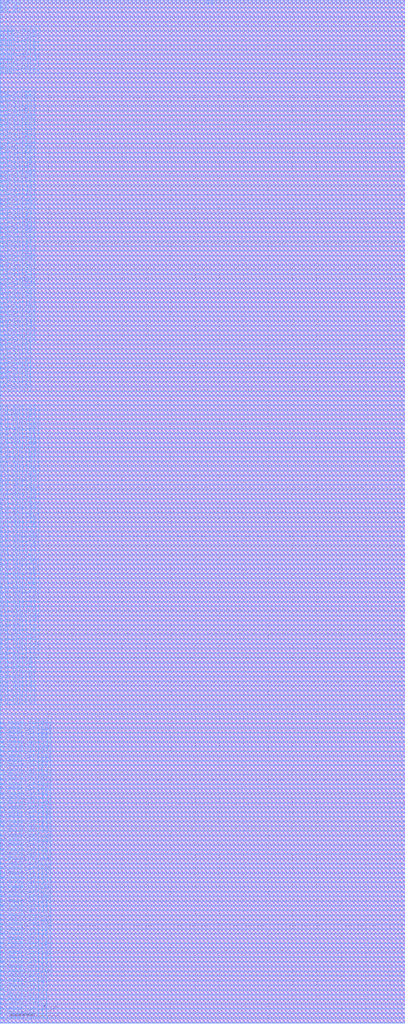
<source format=lef>
# Generated by FakeRAM 2.0
VERSION 5.7 ;
BUSBITCHARS "[]" ;
PROPERTYDEFINITIONS
  MACRO width INTEGER ;
  MACRO depth INTEGER ;
  MACRO banks INTEGER ;
END PROPERTYDEFINITIONS
MACRO fakeram7_sp_1024x64
  PROPERTY width 64 ;
  PROPERTY depth 1024 ;
  PROPERTY banks 4 ;
  FOREIGN fakeram7_sp_1024x64 0 0 ;
  SYMMETRY X Y ;
  SIZE 33.250 BY 84.000 ;
  CLASS BLOCK ;
  PIN w_mask_in[0]
    DIRECTION INPUT ;
    USE SIGNAL ;
    SHAPE ABUTMENT ;
    PORT
      LAYER M4 ;
      RECT 0.000 0.048 0.024 0.072 ;
    END
  END w_mask_in[0]
  PIN w_mask_in[1]
    DIRECTION INPUT ;
    USE SIGNAL ;
    SHAPE ABUTMENT ;
    PORT
      LAYER M4 ;
      RECT 0.000 0.432 0.024 0.456 ;
    END
  END w_mask_in[1]
  PIN w_mask_in[2]
    DIRECTION INPUT ;
    USE SIGNAL ;
    SHAPE ABUTMENT ;
    PORT
      LAYER M4 ;
      RECT 0.000 0.816 0.024 0.840 ;
    END
  END w_mask_in[2]
  PIN w_mask_in[3]
    DIRECTION INPUT ;
    USE SIGNAL ;
    SHAPE ABUTMENT ;
    PORT
      LAYER M4 ;
      RECT 0.000 1.200 0.024 1.224 ;
    END
  END w_mask_in[3]
  PIN w_mask_in[4]
    DIRECTION INPUT ;
    USE SIGNAL ;
    SHAPE ABUTMENT ;
    PORT
      LAYER M4 ;
      RECT 0.000 1.584 0.024 1.608 ;
    END
  END w_mask_in[4]
  PIN w_mask_in[5]
    DIRECTION INPUT ;
    USE SIGNAL ;
    SHAPE ABUTMENT ;
    PORT
      LAYER M4 ;
      RECT 0.000 1.968 0.024 1.992 ;
    END
  END w_mask_in[5]
  PIN w_mask_in[6]
    DIRECTION INPUT ;
    USE SIGNAL ;
    SHAPE ABUTMENT ;
    PORT
      LAYER M4 ;
      RECT 0.000 2.352 0.024 2.376 ;
    END
  END w_mask_in[6]
  PIN w_mask_in[7]
    DIRECTION INPUT ;
    USE SIGNAL ;
    SHAPE ABUTMENT ;
    PORT
      LAYER M4 ;
      RECT 0.000 2.736 0.024 2.760 ;
    END
  END w_mask_in[7]
  PIN w_mask_in[8]
    DIRECTION INPUT ;
    USE SIGNAL ;
    SHAPE ABUTMENT ;
    PORT
      LAYER M4 ;
      RECT 0.000 3.120 0.024 3.144 ;
    END
  END w_mask_in[8]
  PIN w_mask_in[9]
    DIRECTION INPUT ;
    USE SIGNAL ;
    SHAPE ABUTMENT ;
    PORT
      LAYER M4 ;
      RECT 0.000 3.504 0.024 3.528 ;
    END
  END w_mask_in[9]
  PIN w_mask_in[10]
    DIRECTION INPUT ;
    USE SIGNAL ;
    SHAPE ABUTMENT ;
    PORT
      LAYER M4 ;
      RECT 0.000 3.888 0.024 3.912 ;
    END
  END w_mask_in[10]
  PIN w_mask_in[11]
    DIRECTION INPUT ;
    USE SIGNAL ;
    SHAPE ABUTMENT ;
    PORT
      LAYER M4 ;
      RECT 0.000 4.272 0.024 4.296 ;
    END
  END w_mask_in[11]
  PIN w_mask_in[12]
    DIRECTION INPUT ;
    USE SIGNAL ;
    SHAPE ABUTMENT ;
    PORT
      LAYER M4 ;
      RECT 0.000 4.656 0.024 4.680 ;
    END
  END w_mask_in[12]
  PIN w_mask_in[13]
    DIRECTION INPUT ;
    USE SIGNAL ;
    SHAPE ABUTMENT ;
    PORT
      LAYER M4 ;
      RECT 0.000 5.040 0.024 5.064 ;
    END
  END w_mask_in[13]
  PIN w_mask_in[14]
    DIRECTION INPUT ;
    USE SIGNAL ;
    SHAPE ABUTMENT ;
    PORT
      LAYER M4 ;
      RECT 0.000 5.424 0.024 5.448 ;
    END
  END w_mask_in[14]
  PIN w_mask_in[15]
    DIRECTION INPUT ;
    USE SIGNAL ;
    SHAPE ABUTMENT ;
    PORT
      LAYER M4 ;
      RECT 0.000 5.808 0.024 5.832 ;
    END
  END w_mask_in[15]
  PIN w_mask_in[16]
    DIRECTION INPUT ;
    USE SIGNAL ;
    SHAPE ABUTMENT ;
    PORT
      LAYER M4 ;
      RECT 0.000 6.192 0.024 6.216 ;
    END
  END w_mask_in[16]
  PIN w_mask_in[17]
    DIRECTION INPUT ;
    USE SIGNAL ;
    SHAPE ABUTMENT ;
    PORT
      LAYER M4 ;
      RECT 0.000 6.576 0.024 6.600 ;
    END
  END w_mask_in[17]
  PIN w_mask_in[18]
    DIRECTION INPUT ;
    USE SIGNAL ;
    SHAPE ABUTMENT ;
    PORT
      LAYER M4 ;
      RECT 0.000 6.960 0.024 6.984 ;
    END
  END w_mask_in[18]
  PIN w_mask_in[19]
    DIRECTION INPUT ;
    USE SIGNAL ;
    SHAPE ABUTMENT ;
    PORT
      LAYER M4 ;
      RECT 0.000 7.344 0.024 7.368 ;
    END
  END w_mask_in[19]
  PIN w_mask_in[20]
    DIRECTION INPUT ;
    USE SIGNAL ;
    SHAPE ABUTMENT ;
    PORT
      LAYER M4 ;
      RECT 0.000 7.728 0.024 7.752 ;
    END
  END w_mask_in[20]
  PIN w_mask_in[21]
    DIRECTION INPUT ;
    USE SIGNAL ;
    SHAPE ABUTMENT ;
    PORT
      LAYER M4 ;
      RECT 0.000 8.112 0.024 8.136 ;
    END
  END w_mask_in[21]
  PIN w_mask_in[22]
    DIRECTION INPUT ;
    USE SIGNAL ;
    SHAPE ABUTMENT ;
    PORT
      LAYER M4 ;
      RECT 0.000 8.496 0.024 8.520 ;
    END
  END w_mask_in[22]
  PIN w_mask_in[23]
    DIRECTION INPUT ;
    USE SIGNAL ;
    SHAPE ABUTMENT ;
    PORT
      LAYER M4 ;
      RECT 0.000 8.880 0.024 8.904 ;
    END
  END w_mask_in[23]
  PIN w_mask_in[24]
    DIRECTION INPUT ;
    USE SIGNAL ;
    SHAPE ABUTMENT ;
    PORT
      LAYER M4 ;
      RECT 0.000 9.264 0.024 9.288 ;
    END
  END w_mask_in[24]
  PIN w_mask_in[25]
    DIRECTION INPUT ;
    USE SIGNAL ;
    SHAPE ABUTMENT ;
    PORT
      LAYER M4 ;
      RECT 0.000 9.648 0.024 9.672 ;
    END
  END w_mask_in[25]
  PIN w_mask_in[26]
    DIRECTION INPUT ;
    USE SIGNAL ;
    SHAPE ABUTMENT ;
    PORT
      LAYER M4 ;
      RECT 0.000 10.032 0.024 10.056 ;
    END
  END w_mask_in[26]
  PIN w_mask_in[27]
    DIRECTION INPUT ;
    USE SIGNAL ;
    SHAPE ABUTMENT ;
    PORT
      LAYER M4 ;
      RECT 0.000 10.416 0.024 10.440 ;
    END
  END w_mask_in[27]
  PIN w_mask_in[28]
    DIRECTION INPUT ;
    USE SIGNAL ;
    SHAPE ABUTMENT ;
    PORT
      LAYER M4 ;
      RECT 0.000 10.800 0.024 10.824 ;
    END
  END w_mask_in[28]
  PIN w_mask_in[29]
    DIRECTION INPUT ;
    USE SIGNAL ;
    SHAPE ABUTMENT ;
    PORT
      LAYER M4 ;
      RECT 0.000 11.184 0.024 11.208 ;
    END
  END w_mask_in[29]
  PIN w_mask_in[30]
    DIRECTION INPUT ;
    USE SIGNAL ;
    SHAPE ABUTMENT ;
    PORT
      LAYER M4 ;
      RECT 0.000 11.568 0.024 11.592 ;
    END
  END w_mask_in[30]
  PIN w_mask_in[31]
    DIRECTION INPUT ;
    USE SIGNAL ;
    SHAPE ABUTMENT ;
    PORT
      LAYER M4 ;
      RECT 0.000 11.952 0.024 11.976 ;
    END
  END w_mask_in[31]
  PIN w_mask_in[32]
    DIRECTION INPUT ;
    USE SIGNAL ;
    SHAPE ABUTMENT ;
    PORT
      LAYER M4 ;
      RECT 0.000 12.336 0.024 12.360 ;
    END
  END w_mask_in[32]
  PIN w_mask_in[33]
    DIRECTION INPUT ;
    USE SIGNAL ;
    SHAPE ABUTMENT ;
    PORT
      LAYER M4 ;
      RECT 0.000 12.720 0.024 12.744 ;
    END
  END w_mask_in[33]
  PIN w_mask_in[34]
    DIRECTION INPUT ;
    USE SIGNAL ;
    SHAPE ABUTMENT ;
    PORT
      LAYER M4 ;
      RECT 0.000 13.104 0.024 13.128 ;
    END
  END w_mask_in[34]
  PIN w_mask_in[35]
    DIRECTION INPUT ;
    USE SIGNAL ;
    SHAPE ABUTMENT ;
    PORT
      LAYER M4 ;
      RECT 0.000 13.488 0.024 13.512 ;
    END
  END w_mask_in[35]
  PIN w_mask_in[36]
    DIRECTION INPUT ;
    USE SIGNAL ;
    SHAPE ABUTMENT ;
    PORT
      LAYER M4 ;
      RECT 0.000 13.872 0.024 13.896 ;
    END
  END w_mask_in[36]
  PIN w_mask_in[37]
    DIRECTION INPUT ;
    USE SIGNAL ;
    SHAPE ABUTMENT ;
    PORT
      LAYER M4 ;
      RECT 0.000 14.256 0.024 14.280 ;
    END
  END w_mask_in[37]
  PIN w_mask_in[38]
    DIRECTION INPUT ;
    USE SIGNAL ;
    SHAPE ABUTMENT ;
    PORT
      LAYER M4 ;
      RECT 0.000 14.640 0.024 14.664 ;
    END
  END w_mask_in[38]
  PIN w_mask_in[39]
    DIRECTION INPUT ;
    USE SIGNAL ;
    SHAPE ABUTMENT ;
    PORT
      LAYER M4 ;
      RECT 0.000 15.024 0.024 15.048 ;
    END
  END w_mask_in[39]
  PIN w_mask_in[40]
    DIRECTION INPUT ;
    USE SIGNAL ;
    SHAPE ABUTMENT ;
    PORT
      LAYER M4 ;
      RECT 0.000 15.408 0.024 15.432 ;
    END
  END w_mask_in[40]
  PIN w_mask_in[41]
    DIRECTION INPUT ;
    USE SIGNAL ;
    SHAPE ABUTMENT ;
    PORT
      LAYER M4 ;
      RECT 0.000 15.792 0.024 15.816 ;
    END
  END w_mask_in[41]
  PIN w_mask_in[42]
    DIRECTION INPUT ;
    USE SIGNAL ;
    SHAPE ABUTMENT ;
    PORT
      LAYER M4 ;
      RECT 0.000 16.176 0.024 16.200 ;
    END
  END w_mask_in[42]
  PIN w_mask_in[43]
    DIRECTION INPUT ;
    USE SIGNAL ;
    SHAPE ABUTMENT ;
    PORT
      LAYER M4 ;
      RECT 0.000 16.560 0.024 16.584 ;
    END
  END w_mask_in[43]
  PIN w_mask_in[44]
    DIRECTION INPUT ;
    USE SIGNAL ;
    SHAPE ABUTMENT ;
    PORT
      LAYER M4 ;
      RECT 0.000 16.944 0.024 16.968 ;
    END
  END w_mask_in[44]
  PIN w_mask_in[45]
    DIRECTION INPUT ;
    USE SIGNAL ;
    SHAPE ABUTMENT ;
    PORT
      LAYER M4 ;
      RECT 0.000 17.328 0.024 17.352 ;
    END
  END w_mask_in[45]
  PIN w_mask_in[46]
    DIRECTION INPUT ;
    USE SIGNAL ;
    SHAPE ABUTMENT ;
    PORT
      LAYER M4 ;
      RECT 0.000 17.712 0.024 17.736 ;
    END
  END w_mask_in[46]
  PIN w_mask_in[47]
    DIRECTION INPUT ;
    USE SIGNAL ;
    SHAPE ABUTMENT ;
    PORT
      LAYER M4 ;
      RECT 0.000 18.096 0.024 18.120 ;
    END
  END w_mask_in[47]
  PIN w_mask_in[48]
    DIRECTION INPUT ;
    USE SIGNAL ;
    SHAPE ABUTMENT ;
    PORT
      LAYER M4 ;
      RECT 0.000 18.480 0.024 18.504 ;
    END
  END w_mask_in[48]
  PIN w_mask_in[49]
    DIRECTION INPUT ;
    USE SIGNAL ;
    SHAPE ABUTMENT ;
    PORT
      LAYER M4 ;
      RECT 0.000 18.864 0.024 18.888 ;
    END
  END w_mask_in[49]
  PIN w_mask_in[50]
    DIRECTION INPUT ;
    USE SIGNAL ;
    SHAPE ABUTMENT ;
    PORT
      LAYER M4 ;
      RECT 0.000 19.248 0.024 19.272 ;
    END
  END w_mask_in[50]
  PIN w_mask_in[51]
    DIRECTION INPUT ;
    USE SIGNAL ;
    SHAPE ABUTMENT ;
    PORT
      LAYER M4 ;
      RECT 0.000 19.632 0.024 19.656 ;
    END
  END w_mask_in[51]
  PIN w_mask_in[52]
    DIRECTION INPUT ;
    USE SIGNAL ;
    SHAPE ABUTMENT ;
    PORT
      LAYER M4 ;
      RECT 0.000 20.016 0.024 20.040 ;
    END
  END w_mask_in[52]
  PIN w_mask_in[53]
    DIRECTION INPUT ;
    USE SIGNAL ;
    SHAPE ABUTMENT ;
    PORT
      LAYER M4 ;
      RECT 0.000 20.400 0.024 20.424 ;
    END
  END w_mask_in[53]
  PIN w_mask_in[54]
    DIRECTION INPUT ;
    USE SIGNAL ;
    SHAPE ABUTMENT ;
    PORT
      LAYER M4 ;
      RECT 0.000 20.784 0.024 20.808 ;
    END
  END w_mask_in[54]
  PIN w_mask_in[55]
    DIRECTION INPUT ;
    USE SIGNAL ;
    SHAPE ABUTMENT ;
    PORT
      LAYER M4 ;
      RECT 0.000 21.168 0.024 21.192 ;
    END
  END w_mask_in[55]
  PIN w_mask_in[56]
    DIRECTION INPUT ;
    USE SIGNAL ;
    SHAPE ABUTMENT ;
    PORT
      LAYER M4 ;
      RECT 0.000 21.552 0.024 21.576 ;
    END
  END w_mask_in[56]
  PIN w_mask_in[57]
    DIRECTION INPUT ;
    USE SIGNAL ;
    SHAPE ABUTMENT ;
    PORT
      LAYER M4 ;
      RECT 0.000 21.936 0.024 21.960 ;
    END
  END w_mask_in[57]
  PIN w_mask_in[58]
    DIRECTION INPUT ;
    USE SIGNAL ;
    SHAPE ABUTMENT ;
    PORT
      LAYER M4 ;
      RECT 0.000 22.320 0.024 22.344 ;
    END
  END w_mask_in[58]
  PIN w_mask_in[59]
    DIRECTION INPUT ;
    USE SIGNAL ;
    SHAPE ABUTMENT ;
    PORT
      LAYER M4 ;
      RECT 0.000 22.704 0.024 22.728 ;
    END
  END w_mask_in[59]
  PIN w_mask_in[60]
    DIRECTION INPUT ;
    USE SIGNAL ;
    SHAPE ABUTMENT ;
    PORT
      LAYER M4 ;
      RECT 0.000 23.088 0.024 23.112 ;
    END
  END w_mask_in[60]
  PIN w_mask_in[61]
    DIRECTION INPUT ;
    USE SIGNAL ;
    SHAPE ABUTMENT ;
    PORT
      LAYER M4 ;
      RECT 0.000 23.472 0.024 23.496 ;
    END
  END w_mask_in[61]
  PIN w_mask_in[62]
    DIRECTION INPUT ;
    USE SIGNAL ;
    SHAPE ABUTMENT ;
    PORT
      LAYER M4 ;
      RECT 0.000 23.856 0.024 23.880 ;
    END
  END w_mask_in[62]
  PIN w_mask_in[63]
    DIRECTION INPUT ;
    USE SIGNAL ;
    SHAPE ABUTMENT ;
    PORT
      LAYER M4 ;
      RECT 0.000 24.240 0.024 24.264 ;
    END
  END w_mask_in[63]
  PIN rd_out[0]
    DIRECTION OUTPUT ;
    USE SIGNAL ;
    SHAPE ABUTMENT ;
    PORT
      LAYER M4 ;
      RECT 0.000 25.920 0.024 25.944 ;
    END
  END rd_out[0]
  PIN rd_out[1]
    DIRECTION OUTPUT ;
    USE SIGNAL ;
    SHAPE ABUTMENT ;
    PORT
      LAYER M4 ;
      RECT 0.000 26.304 0.024 26.328 ;
    END
  END rd_out[1]
  PIN rd_out[2]
    DIRECTION OUTPUT ;
    USE SIGNAL ;
    SHAPE ABUTMENT ;
    PORT
      LAYER M4 ;
      RECT 0.000 26.688 0.024 26.712 ;
    END
  END rd_out[2]
  PIN rd_out[3]
    DIRECTION OUTPUT ;
    USE SIGNAL ;
    SHAPE ABUTMENT ;
    PORT
      LAYER M4 ;
      RECT 0.000 27.072 0.024 27.096 ;
    END
  END rd_out[3]
  PIN rd_out[4]
    DIRECTION OUTPUT ;
    USE SIGNAL ;
    SHAPE ABUTMENT ;
    PORT
      LAYER M4 ;
      RECT 0.000 27.456 0.024 27.480 ;
    END
  END rd_out[4]
  PIN rd_out[5]
    DIRECTION OUTPUT ;
    USE SIGNAL ;
    SHAPE ABUTMENT ;
    PORT
      LAYER M4 ;
      RECT 0.000 27.840 0.024 27.864 ;
    END
  END rd_out[5]
  PIN rd_out[6]
    DIRECTION OUTPUT ;
    USE SIGNAL ;
    SHAPE ABUTMENT ;
    PORT
      LAYER M4 ;
      RECT 0.000 28.224 0.024 28.248 ;
    END
  END rd_out[6]
  PIN rd_out[7]
    DIRECTION OUTPUT ;
    USE SIGNAL ;
    SHAPE ABUTMENT ;
    PORT
      LAYER M4 ;
      RECT 0.000 28.608 0.024 28.632 ;
    END
  END rd_out[7]
  PIN rd_out[8]
    DIRECTION OUTPUT ;
    USE SIGNAL ;
    SHAPE ABUTMENT ;
    PORT
      LAYER M4 ;
      RECT 0.000 28.992 0.024 29.016 ;
    END
  END rd_out[8]
  PIN rd_out[9]
    DIRECTION OUTPUT ;
    USE SIGNAL ;
    SHAPE ABUTMENT ;
    PORT
      LAYER M4 ;
      RECT 0.000 29.376 0.024 29.400 ;
    END
  END rd_out[9]
  PIN rd_out[10]
    DIRECTION OUTPUT ;
    USE SIGNAL ;
    SHAPE ABUTMENT ;
    PORT
      LAYER M4 ;
      RECT 0.000 29.760 0.024 29.784 ;
    END
  END rd_out[10]
  PIN rd_out[11]
    DIRECTION OUTPUT ;
    USE SIGNAL ;
    SHAPE ABUTMENT ;
    PORT
      LAYER M4 ;
      RECT 0.000 30.144 0.024 30.168 ;
    END
  END rd_out[11]
  PIN rd_out[12]
    DIRECTION OUTPUT ;
    USE SIGNAL ;
    SHAPE ABUTMENT ;
    PORT
      LAYER M4 ;
      RECT 0.000 30.528 0.024 30.552 ;
    END
  END rd_out[12]
  PIN rd_out[13]
    DIRECTION OUTPUT ;
    USE SIGNAL ;
    SHAPE ABUTMENT ;
    PORT
      LAYER M4 ;
      RECT 0.000 30.912 0.024 30.936 ;
    END
  END rd_out[13]
  PIN rd_out[14]
    DIRECTION OUTPUT ;
    USE SIGNAL ;
    SHAPE ABUTMENT ;
    PORT
      LAYER M4 ;
      RECT 0.000 31.296 0.024 31.320 ;
    END
  END rd_out[14]
  PIN rd_out[15]
    DIRECTION OUTPUT ;
    USE SIGNAL ;
    SHAPE ABUTMENT ;
    PORT
      LAYER M4 ;
      RECT 0.000 31.680 0.024 31.704 ;
    END
  END rd_out[15]
  PIN rd_out[16]
    DIRECTION OUTPUT ;
    USE SIGNAL ;
    SHAPE ABUTMENT ;
    PORT
      LAYER M4 ;
      RECT 0.000 32.064 0.024 32.088 ;
    END
  END rd_out[16]
  PIN rd_out[17]
    DIRECTION OUTPUT ;
    USE SIGNAL ;
    SHAPE ABUTMENT ;
    PORT
      LAYER M4 ;
      RECT 0.000 32.448 0.024 32.472 ;
    END
  END rd_out[17]
  PIN rd_out[18]
    DIRECTION OUTPUT ;
    USE SIGNAL ;
    SHAPE ABUTMENT ;
    PORT
      LAYER M4 ;
      RECT 0.000 32.832 0.024 32.856 ;
    END
  END rd_out[18]
  PIN rd_out[19]
    DIRECTION OUTPUT ;
    USE SIGNAL ;
    SHAPE ABUTMENT ;
    PORT
      LAYER M4 ;
      RECT 0.000 33.216 0.024 33.240 ;
    END
  END rd_out[19]
  PIN rd_out[20]
    DIRECTION OUTPUT ;
    USE SIGNAL ;
    SHAPE ABUTMENT ;
    PORT
      LAYER M4 ;
      RECT 0.000 33.600 0.024 33.624 ;
    END
  END rd_out[20]
  PIN rd_out[21]
    DIRECTION OUTPUT ;
    USE SIGNAL ;
    SHAPE ABUTMENT ;
    PORT
      LAYER M4 ;
      RECT 0.000 33.984 0.024 34.008 ;
    END
  END rd_out[21]
  PIN rd_out[22]
    DIRECTION OUTPUT ;
    USE SIGNAL ;
    SHAPE ABUTMENT ;
    PORT
      LAYER M4 ;
      RECT 0.000 34.368 0.024 34.392 ;
    END
  END rd_out[22]
  PIN rd_out[23]
    DIRECTION OUTPUT ;
    USE SIGNAL ;
    SHAPE ABUTMENT ;
    PORT
      LAYER M4 ;
      RECT 0.000 34.752 0.024 34.776 ;
    END
  END rd_out[23]
  PIN rd_out[24]
    DIRECTION OUTPUT ;
    USE SIGNAL ;
    SHAPE ABUTMENT ;
    PORT
      LAYER M4 ;
      RECT 0.000 35.136 0.024 35.160 ;
    END
  END rd_out[24]
  PIN rd_out[25]
    DIRECTION OUTPUT ;
    USE SIGNAL ;
    SHAPE ABUTMENT ;
    PORT
      LAYER M4 ;
      RECT 0.000 35.520 0.024 35.544 ;
    END
  END rd_out[25]
  PIN rd_out[26]
    DIRECTION OUTPUT ;
    USE SIGNAL ;
    SHAPE ABUTMENT ;
    PORT
      LAYER M4 ;
      RECT 0.000 35.904 0.024 35.928 ;
    END
  END rd_out[26]
  PIN rd_out[27]
    DIRECTION OUTPUT ;
    USE SIGNAL ;
    SHAPE ABUTMENT ;
    PORT
      LAYER M4 ;
      RECT 0.000 36.288 0.024 36.312 ;
    END
  END rd_out[27]
  PIN rd_out[28]
    DIRECTION OUTPUT ;
    USE SIGNAL ;
    SHAPE ABUTMENT ;
    PORT
      LAYER M4 ;
      RECT 0.000 36.672 0.024 36.696 ;
    END
  END rd_out[28]
  PIN rd_out[29]
    DIRECTION OUTPUT ;
    USE SIGNAL ;
    SHAPE ABUTMENT ;
    PORT
      LAYER M4 ;
      RECT 0.000 37.056 0.024 37.080 ;
    END
  END rd_out[29]
  PIN rd_out[30]
    DIRECTION OUTPUT ;
    USE SIGNAL ;
    SHAPE ABUTMENT ;
    PORT
      LAYER M4 ;
      RECT 0.000 37.440 0.024 37.464 ;
    END
  END rd_out[30]
  PIN rd_out[31]
    DIRECTION OUTPUT ;
    USE SIGNAL ;
    SHAPE ABUTMENT ;
    PORT
      LAYER M4 ;
      RECT 0.000 37.824 0.024 37.848 ;
    END
  END rd_out[31]
  PIN rd_out[32]
    DIRECTION OUTPUT ;
    USE SIGNAL ;
    SHAPE ABUTMENT ;
    PORT
      LAYER M4 ;
      RECT 0.000 38.208 0.024 38.232 ;
    END
  END rd_out[32]
  PIN rd_out[33]
    DIRECTION OUTPUT ;
    USE SIGNAL ;
    SHAPE ABUTMENT ;
    PORT
      LAYER M4 ;
      RECT 0.000 38.592 0.024 38.616 ;
    END
  END rd_out[33]
  PIN rd_out[34]
    DIRECTION OUTPUT ;
    USE SIGNAL ;
    SHAPE ABUTMENT ;
    PORT
      LAYER M4 ;
      RECT 0.000 38.976 0.024 39.000 ;
    END
  END rd_out[34]
  PIN rd_out[35]
    DIRECTION OUTPUT ;
    USE SIGNAL ;
    SHAPE ABUTMENT ;
    PORT
      LAYER M4 ;
      RECT 0.000 39.360 0.024 39.384 ;
    END
  END rd_out[35]
  PIN rd_out[36]
    DIRECTION OUTPUT ;
    USE SIGNAL ;
    SHAPE ABUTMENT ;
    PORT
      LAYER M4 ;
      RECT 0.000 39.744 0.024 39.768 ;
    END
  END rd_out[36]
  PIN rd_out[37]
    DIRECTION OUTPUT ;
    USE SIGNAL ;
    SHAPE ABUTMENT ;
    PORT
      LAYER M4 ;
      RECT 0.000 40.128 0.024 40.152 ;
    END
  END rd_out[37]
  PIN rd_out[38]
    DIRECTION OUTPUT ;
    USE SIGNAL ;
    SHAPE ABUTMENT ;
    PORT
      LAYER M4 ;
      RECT 0.000 40.512 0.024 40.536 ;
    END
  END rd_out[38]
  PIN rd_out[39]
    DIRECTION OUTPUT ;
    USE SIGNAL ;
    SHAPE ABUTMENT ;
    PORT
      LAYER M4 ;
      RECT 0.000 40.896 0.024 40.920 ;
    END
  END rd_out[39]
  PIN rd_out[40]
    DIRECTION OUTPUT ;
    USE SIGNAL ;
    SHAPE ABUTMENT ;
    PORT
      LAYER M4 ;
      RECT 0.000 41.280 0.024 41.304 ;
    END
  END rd_out[40]
  PIN rd_out[41]
    DIRECTION OUTPUT ;
    USE SIGNAL ;
    SHAPE ABUTMENT ;
    PORT
      LAYER M4 ;
      RECT 0.000 41.664 0.024 41.688 ;
    END
  END rd_out[41]
  PIN rd_out[42]
    DIRECTION OUTPUT ;
    USE SIGNAL ;
    SHAPE ABUTMENT ;
    PORT
      LAYER M4 ;
      RECT 0.000 42.048 0.024 42.072 ;
    END
  END rd_out[42]
  PIN rd_out[43]
    DIRECTION OUTPUT ;
    USE SIGNAL ;
    SHAPE ABUTMENT ;
    PORT
      LAYER M4 ;
      RECT 0.000 42.432 0.024 42.456 ;
    END
  END rd_out[43]
  PIN rd_out[44]
    DIRECTION OUTPUT ;
    USE SIGNAL ;
    SHAPE ABUTMENT ;
    PORT
      LAYER M4 ;
      RECT 0.000 42.816 0.024 42.840 ;
    END
  END rd_out[44]
  PIN rd_out[45]
    DIRECTION OUTPUT ;
    USE SIGNAL ;
    SHAPE ABUTMENT ;
    PORT
      LAYER M4 ;
      RECT 0.000 43.200 0.024 43.224 ;
    END
  END rd_out[45]
  PIN rd_out[46]
    DIRECTION OUTPUT ;
    USE SIGNAL ;
    SHAPE ABUTMENT ;
    PORT
      LAYER M4 ;
      RECT 0.000 43.584 0.024 43.608 ;
    END
  END rd_out[46]
  PIN rd_out[47]
    DIRECTION OUTPUT ;
    USE SIGNAL ;
    SHAPE ABUTMENT ;
    PORT
      LAYER M4 ;
      RECT 0.000 43.968 0.024 43.992 ;
    END
  END rd_out[47]
  PIN rd_out[48]
    DIRECTION OUTPUT ;
    USE SIGNAL ;
    SHAPE ABUTMENT ;
    PORT
      LAYER M4 ;
      RECT 0.000 44.352 0.024 44.376 ;
    END
  END rd_out[48]
  PIN rd_out[49]
    DIRECTION OUTPUT ;
    USE SIGNAL ;
    SHAPE ABUTMENT ;
    PORT
      LAYER M4 ;
      RECT 0.000 44.736 0.024 44.760 ;
    END
  END rd_out[49]
  PIN rd_out[50]
    DIRECTION OUTPUT ;
    USE SIGNAL ;
    SHAPE ABUTMENT ;
    PORT
      LAYER M4 ;
      RECT 0.000 45.120 0.024 45.144 ;
    END
  END rd_out[50]
  PIN rd_out[51]
    DIRECTION OUTPUT ;
    USE SIGNAL ;
    SHAPE ABUTMENT ;
    PORT
      LAYER M4 ;
      RECT 0.000 45.504 0.024 45.528 ;
    END
  END rd_out[51]
  PIN rd_out[52]
    DIRECTION OUTPUT ;
    USE SIGNAL ;
    SHAPE ABUTMENT ;
    PORT
      LAYER M4 ;
      RECT 0.000 45.888 0.024 45.912 ;
    END
  END rd_out[52]
  PIN rd_out[53]
    DIRECTION OUTPUT ;
    USE SIGNAL ;
    SHAPE ABUTMENT ;
    PORT
      LAYER M4 ;
      RECT 0.000 46.272 0.024 46.296 ;
    END
  END rd_out[53]
  PIN rd_out[54]
    DIRECTION OUTPUT ;
    USE SIGNAL ;
    SHAPE ABUTMENT ;
    PORT
      LAYER M4 ;
      RECT 0.000 46.656 0.024 46.680 ;
    END
  END rd_out[54]
  PIN rd_out[55]
    DIRECTION OUTPUT ;
    USE SIGNAL ;
    SHAPE ABUTMENT ;
    PORT
      LAYER M4 ;
      RECT 0.000 47.040 0.024 47.064 ;
    END
  END rd_out[55]
  PIN rd_out[56]
    DIRECTION OUTPUT ;
    USE SIGNAL ;
    SHAPE ABUTMENT ;
    PORT
      LAYER M4 ;
      RECT 0.000 47.424 0.024 47.448 ;
    END
  END rd_out[56]
  PIN rd_out[57]
    DIRECTION OUTPUT ;
    USE SIGNAL ;
    SHAPE ABUTMENT ;
    PORT
      LAYER M4 ;
      RECT 0.000 47.808 0.024 47.832 ;
    END
  END rd_out[57]
  PIN rd_out[58]
    DIRECTION OUTPUT ;
    USE SIGNAL ;
    SHAPE ABUTMENT ;
    PORT
      LAYER M4 ;
      RECT 0.000 48.192 0.024 48.216 ;
    END
  END rd_out[58]
  PIN rd_out[59]
    DIRECTION OUTPUT ;
    USE SIGNAL ;
    SHAPE ABUTMENT ;
    PORT
      LAYER M4 ;
      RECT 0.000 48.576 0.024 48.600 ;
    END
  END rd_out[59]
  PIN rd_out[60]
    DIRECTION OUTPUT ;
    USE SIGNAL ;
    SHAPE ABUTMENT ;
    PORT
      LAYER M4 ;
      RECT 0.000 48.960 0.024 48.984 ;
    END
  END rd_out[60]
  PIN rd_out[61]
    DIRECTION OUTPUT ;
    USE SIGNAL ;
    SHAPE ABUTMENT ;
    PORT
      LAYER M4 ;
      RECT 0.000 49.344 0.024 49.368 ;
    END
  END rd_out[61]
  PIN rd_out[62]
    DIRECTION OUTPUT ;
    USE SIGNAL ;
    SHAPE ABUTMENT ;
    PORT
      LAYER M4 ;
      RECT 0.000 49.728 0.024 49.752 ;
    END
  END rd_out[62]
  PIN rd_out[63]
    DIRECTION OUTPUT ;
    USE SIGNAL ;
    SHAPE ABUTMENT ;
    PORT
      LAYER M4 ;
      RECT 0.000 50.112 0.024 50.136 ;
    END
  END rd_out[63]
  PIN wd_in[0]
    DIRECTION INPUT ;
    USE SIGNAL ;
    SHAPE ABUTMENT ;
    PORT
      LAYER M4 ;
      RECT 0.000 51.792 0.024 51.816 ;
    END
  END wd_in[0]
  PIN wd_in[1]
    DIRECTION INPUT ;
    USE SIGNAL ;
    SHAPE ABUTMENT ;
    PORT
      LAYER M4 ;
      RECT 0.000 52.176 0.024 52.200 ;
    END
  END wd_in[1]
  PIN wd_in[2]
    DIRECTION INPUT ;
    USE SIGNAL ;
    SHAPE ABUTMENT ;
    PORT
      LAYER M4 ;
      RECT 0.000 52.560 0.024 52.584 ;
    END
  END wd_in[2]
  PIN wd_in[3]
    DIRECTION INPUT ;
    USE SIGNAL ;
    SHAPE ABUTMENT ;
    PORT
      LAYER M4 ;
      RECT 0.000 52.944 0.024 52.968 ;
    END
  END wd_in[3]
  PIN wd_in[4]
    DIRECTION INPUT ;
    USE SIGNAL ;
    SHAPE ABUTMENT ;
    PORT
      LAYER M4 ;
      RECT 0.000 53.328 0.024 53.352 ;
    END
  END wd_in[4]
  PIN wd_in[5]
    DIRECTION INPUT ;
    USE SIGNAL ;
    SHAPE ABUTMENT ;
    PORT
      LAYER M4 ;
      RECT 0.000 53.712 0.024 53.736 ;
    END
  END wd_in[5]
  PIN wd_in[6]
    DIRECTION INPUT ;
    USE SIGNAL ;
    SHAPE ABUTMENT ;
    PORT
      LAYER M4 ;
      RECT 0.000 54.096 0.024 54.120 ;
    END
  END wd_in[6]
  PIN wd_in[7]
    DIRECTION INPUT ;
    USE SIGNAL ;
    SHAPE ABUTMENT ;
    PORT
      LAYER M4 ;
      RECT 0.000 54.480 0.024 54.504 ;
    END
  END wd_in[7]
  PIN wd_in[8]
    DIRECTION INPUT ;
    USE SIGNAL ;
    SHAPE ABUTMENT ;
    PORT
      LAYER M4 ;
      RECT 0.000 54.864 0.024 54.888 ;
    END
  END wd_in[8]
  PIN wd_in[9]
    DIRECTION INPUT ;
    USE SIGNAL ;
    SHAPE ABUTMENT ;
    PORT
      LAYER M4 ;
      RECT 0.000 55.248 0.024 55.272 ;
    END
  END wd_in[9]
  PIN wd_in[10]
    DIRECTION INPUT ;
    USE SIGNAL ;
    SHAPE ABUTMENT ;
    PORT
      LAYER M4 ;
      RECT 0.000 55.632 0.024 55.656 ;
    END
  END wd_in[10]
  PIN wd_in[11]
    DIRECTION INPUT ;
    USE SIGNAL ;
    SHAPE ABUTMENT ;
    PORT
      LAYER M4 ;
      RECT 0.000 56.016 0.024 56.040 ;
    END
  END wd_in[11]
  PIN wd_in[12]
    DIRECTION INPUT ;
    USE SIGNAL ;
    SHAPE ABUTMENT ;
    PORT
      LAYER M4 ;
      RECT 0.000 56.400 0.024 56.424 ;
    END
  END wd_in[12]
  PIN wd_in[13]
    DIRECTION INPUT ;
    USE SIGNAL ;
    SHAPE ABUTMENT ;
    PORT
      LAYER M4 ;
      RECT 0.000 56.784 0.024 56.808 ;
    END
  END wd_in[13]
  PIN wd_in[14]
    DIRECTION INPUT ;
    USE SIGNAL ;
    SHAPE ABUTMENT ;
    PORT
      LAYER M4 ;
      RECT 0.000 57.168 0.024 57.192 ;
    END
  END wd_in[14]
  PIN wd_in[15]
    DIRECTION INPUT ;
    USE SIGNAL ;
    SHAPE ABUTMENT ;
    PORT
      LAYER M4 ;
      RECT 0.000 57.552 0.024 57.576 ;
    END
  END wd_in[15]
  PIN wd_in[16]
    DIRECTION INPUT ;
    USE SIGNAL ;
    SHAPE ABUTMENT ;
    PORT
      LAYER M4 ;
      RECT 0.000 57.936 0.024 57.960 ;
    END
  END wd_in[16]
  PIN wd_in[17]
    DIRECTION INPUT ;
    USE SIGNAL ;
    SHAPE ABUTMENT ;
    PORT
      LAYER M4 ;
      RECT 0.000 58.320 0.024 58.344 ;
    END
  END wd_in[17]
  PIN wd_in[18]
    DIRECTION INPUT ;
    USE SIGNAL ;
    SHAPE ABUTMENT ;
    PORT
      LAYER M4 ;
      RECT 0.000 58.704 0.024 58.728 ;
    END
  END wd_in[18]
  PIN wd_in[19]
    DIRECTION INPUT ;
    USE SIGNAL ;
    SHAPE ABUTMENT ;
    PORT
      LAYER M4 ;
      RECT 0.000 59.088 0.024 59.112 ;
    END
  END wd_in[19]
  PIN wd_in[20]
    DIRECTION INPUT ;
    USE SIGNAL ;
    SHAPE ABUTMENT ;
    PORT
      LAYER M4 ;
      RECT 0.000 59.472 0.024 59.496 ;
    END
  END wd_in[20]
  PIN wd_in[21]
    DIRECTION INPUT ;
    USE SIGNAL ;
    SHAPE ABUTMENT ;
    PORT
      LAYER M4 ;
      RECT 0.000 59.856 0.024 59.880 ;
    END
  END wd_in[21]
  PIN wd_in[22]
    DIRECTION INPUT ;
    USE SIGNAL ;
    SHAPE ABUTMENT ;
    PORT
      LAYER M4 ;
      RECT 0.000 60.240 0.024 60.264 ;
    END
  END wd_in[22]
  PIN wd_in[23]
    DIRECTION INPUT ;
    USE SIGNAL ;
    SHAPE ABUTMENT ;
    PORT
      LAYER M4 ;
      RECT 0.000 60.624 0.024 60.648 ;
    END
  END wd_in[23]
  PIN wd_in[24]
    DIRECTION INPUT ;
    USE SIGNAL ;
    SHAPE ABUTMENT ;
    PORT
      LAYER M4 ;
      RECT 0.000 61.008 0.024 61.032 ;
    END
  END wd_in[24]
  PIN wd_in[25]
    DIRECTION INPUT ;
    USE SIGNAL ;
    SHAPE ABUTMENT ;
    PORT
      LAYER M4 ;
      RECT 0.000 61.392 0.024 61.416 ;
    END
  END wd_in[25]
  PIN wd_in[26]
    DIRECTION INPUT ;
    USE SIGNAL ;
    SHAPE ABUTMENT ;
    PORT
      LAYER M4 ;
      RECT 0.000 61.776 0.024 61.800 ;
    END
  END wd_in[26]
  PIN wd_in[27]
    DIRECTION INPUT ;
    USE SIGNAL ;
    SHAPE ABUTMENT ;
    PORT
      LAYER M4 ;
      RECT 0.000 62.160 0.024 62.184 ;
    END
  END wd_in[27]
  PIN wd_in[28]
    DIRECTION INPUT ;
    USE SIGNAL ;
    SHAPE ABUTMENT ;
    PORT
      LAYER M4 ;
      RECT 0.000 62.544 0.024 62.568 ;
    END
  END wd_in[28]
  PIN wd_in[29]
    DIRECTION INPUT ;
    USE SIGNAL ;
    SHAPE ABUTMENT ;
    PORT
      LAYER M4 ;
      RECT 0.000 62.928 0.024 62.952 ;
    END
  END wd_in[29]
  PIN wd_in[30]
    DIRECTION INPUT ;
    USE SIGNAL ;
    SHAPE ABUTMENT ;
    PORT
      LAYER M4 ;
      RECT 0.000 63.312 0.024 63.336 ;
    END
  END wd_in[30]
  PIN wd_in[31]
    DIRECTION INPUT ;
    USE SIGNAL ;
    SHAPE ABUTMENT ;
    PORT
      LAYER M4 ;
      RECT 0.000 63.696 0.024 63.720 ;
    END
  END wd_in[31]
  PIN wd_in[32]
    DIRECTION INPUT ;
    USE SIGNAL ;
    SHAPE ABUTMENT ;
    PORT
      LAYER M4 ;
      RECT 0.000 64.080 0.024 64.104 ;
    END
  END wd_in[32]
  PIN wd_in[33]
    DIRECTION INPUT ;
    USE SIGNAL ;
    SHAPE ABUTMENT ;
    PORT
      LAYER M4 ;
      RECT 0.000 64.464 0.024 64.488 ;
    END
  END wd_in[33]
  PIN wd_in[34]
    DIRECTION INPUT ;
    USE SIGNAL ;
    SHAPE ABUTMENT ;
    PORT
      LAYER M4 ;
      RECT 0.000 64.848 0.024 64.872 ;
    END
  END wd_in[34]
  PIN wd_in[35]
    DIRECTION INPUT ;
    USE SIGNAL ;
    SHAPE ABUTMENT ;
    PORT
      LAYER M4 ;
      RECT 0.000 65.232 0.024 65.256 ;
    END
  END wd_in[35]
  PIN wd_in[36]
    DIRECTION INPUT ;
    USE SIGNAL ;
    SHAPE ABUTMENT ;
    PORT
      LAYER M4 ;
      RECT 0.000 65.616 0.024 65.640 ;
    END
  END wd_in[36]
  PIN wd_in[37]
    DIRECTION INPUT ;
    USE SIGNAL ;
    SHAPE ABUTMENT ;
    PORT
      LAYER M4 ;
      RECT 0.000 66.000 0.024 66.024 ;
    END
  END wd_in[37]
  PIN wd_in[38]
    DIRECTION INPUT ;
    USE SIGNAL ;
    SHAPE ABUTMENT ;
    PORT
      LAYER M4 ;
      RECT 0.000 66.384 0.024 66.408 ;
    END
  END wd_in[38]
  PIN wd_in[39]
    DIRECTION INPUT ;
    USE SIGNAL ;
    SHAPE ABUTMENT ;
    PORT
      LAYER M4 ;
      RECT 0.000 66.768 0.024 66.792 ;
    END
  END wd_in[39]
  PIN wd_in[40]
    DIRECTION INPUT ;
    USE SIGNAL ;
    SHAPE ABUTMENT ;
    PORT
      LAYER M4 ;
      RECT 0.000 67.152 0.024 67.176 ;
    END
  END wd_in[40]
  PIN wd_in[41]
    DIRECTION INPUT ;
    USE SIGNAL ;
    SHAPE ABUTMENT ;
    PORT
      LAYER M4 ;
      RECT 0.000 67.536 0.024 67.560 ;
    END
  END wd_in[41]
  PIN wd_in[42]
    DIRECTION INPUT ;
    USE SIGNAL ;
    SHAPE ABUTMENT ;
    PORT
      LAYER M4 ;
      RECT 0.000 67.920 0.024 67.944 ;
    END
  END wd_in[42]
  PIN wd_in[43]
    DIRECTION INPUT ;
    USE SIGNAL ;
    SHAPE ABUTMENT ;
    PORT
      LAYER M4 ;
      RECT 0.000 68.304 0.024 68.328 ;
    END
  END wd_in[43]
  PIN wd_in[44]
    DIRECTION INPUT ;
    USE SIGNAL ;
    SHAPE ABUTMENT ;
    PORT
      LAYER M4 ;
      RECT 0.000 68.688 0.024 68.712 ;
    END
  END wd_in[44]
  PIN wd_in[45]
    DIRECTION INPUT ;
    USE SIGNAL ;
    SHAPE ABUTMENT ;
    PORT
      LAYER M4 ;
      RECT 0.000 69.072 0.024 69.096 ;
    END
  END wd_in[45]
  PIN wd_in[46]
    DIRECTION INPUT ;
    USE SIGNAL ;
    SHAPE ABUTMENT ;
    PORT
      LAYER M4 ;
      RECT 0.000 69.456 0.024 69.480 ;
    END
  END wd_in[46]
  PIN wd_in[47]
    DIRECTION INPUT ;
    USE SIGNAL ;
    SHAPE ABUTMENT ;
    PORT
      LAYER M4 ;
      RECT 0.000 69.840 0.024 69.864 ;
    END
  END wd_in[47]
  PIN wd_in[48]
    DIRECTION INPUT ;
    USE SIGNAL ;
    SHAPE ABUTMENT ;
    PORT
      LAYER M4 ;
      RECT 0.000 70.224 0.024 70.248 ;
    END
  END wd_in[48]
  PIN wd_in[49]
    DIRECTION INPUT ;
    USE SIGNAL ;
    SHAPE ABUTMENT ;
    PORT
      LAYER M4 ;
      RECT 0.000 70.608 0.024 70.632 ;
    END
  END wd_in[49]
  PIN wd_in[50]
    DIRECTION INPUT ;
    USE SIGNAL ;
    SHAPE ABUTMENT ;
    PORT
      LAYER M4 ;
      RECT 0.000 70.992 0.024 71.016 ;
    END
  END wd_in[50]
  PIN wd_in[51]
    DIRECTION INPUT ;
    USE SIGNAL ;
    SHAPE ABUTMENT ;
    PORT
      LAYER M4 ;
      RECT 0.000 71.376 0.024 71.400 ;
    END
  END wd_in[51]
  PIN wd_in[52]
    DIRECTION INPUT ;
    USE SIGNAL ;
    SHAPE ABUTMENT ;
    PORT
      LAYER M4 ;
      RECT 0.000 71.760 0.024 71.784 ;
    END
  END wd_in[52]
  PIN wd_in[53]
    DIRECTION INPUT ;
    USE SIGNAL ;
    SHAPE ABUTMENT ;
    PORT
      LAYER M4 ;
      RECT 0.000 72.144 0.024 72.168 ;
    END
  END wd_in[53]
  PIN wd_in[54]
    DIRECTION INPUT ;
    USE SIGNAL ;
    SHAPE ABUTMENT ;
    PORT
      LAYER M4 ;
      RECT 0.000 72.528 0.024 72.552 ;
    END
  END wd_in[54]
  PIN wd_in[55]
    DIRECTION INPUT ;
    USE SIGNAL ;
    SHAPE ABUTMENT ;
    PORT
      LAYER M4 ;
      RECT 0.000 72.912 0.024 72.936 ;
    END
  END wd_in[55]
  PIN wd_in[56]
    DIRECTION INPUT ;
    USE SIGNAL ;
    SHAPE ABUTMENT ;
    PORT
      LAYER M4 ;
      RECT 0.000 73.296 0.024 73.320 ;
    END
  END wd_in[56]
  PIN wd_in[57]
    DIRECTION INPUT ;
    USE SIGNAL ;
    SHAPE ABUTMENT ;
    PORT
      LAYER M4 ;
      RECT 0.000 73.680 0.024 73.704 ;
    END
  END wd_in[57]
  PIN wd_in[58]
    DIRECTION INPUT ;
    USE SIGNAL ;
    SHAPE ABUTMENT ;
    PORT
      LAYER M4 ;
      RECT 0.000 74.064 0.024 74.088 ;
    END
  END wd_in[58]
  PIN wd_in[59]
    DIRECTION INPUT ;
    USE SIGNAL ;
    SHAPE ABUTMENT ;
    PORT
      LAYER M4 ;
      RECT 0.000 74.448 0.024 74.472 ;
    END
  END wd_in[59]
  PIN wd_in[60]
    DIRECTION INPUT ;
    USE SIGNAL ;
    SHAPE ABUTMENT ;
    PORT
      LAYER M4 ;
      RECT 0.000 74.832 0.024 74.856 ;
    END
  END wd_in[60]
  PIN wd_in[61]
    DIRECTION INPUT ;
    USE SIGNAL ;
    SHAPE ABUTMENT ;
    PORT
      LAYER M4 ;
      RECT 0.000 75.216 0.024 75.240 ;
    END
  END wd_in[61]
  PIN wd_in[62]
    DIRECTION INPUT ;
    USE SIGNAL ;
    SHAPE ABUTMENT ;
    PORT
      LAYER M4 ;
      RECT 0.000 75.600 0.024 75.624 ;
    END
  END wd_in[62]
  PIN wd_in[63]
    DIRECTION INPUT ;
    USE SIGNAL ;
    SHAPE ABUTMENT ;
    PORT
      LAYER M4 ;
      RECT 0.000 75.984 0.024 76.008 ;
    END
  END wd_in[63]
  PIN addr_in[0]
    DIRECTION INPUT ;
    USE SIGNAL ;
    SHAPE ABUTMENT ;
    PORT
      LAYER M4 ;
      RECT 0.000 77.664 0.024 77.688 ;
    END
  END addr_in[0]
  PIN addr_in[1]
    DIRECTION INPUT ;
    USE SIGNAL ;
    SHAPE ABUTMENT ;
    PORT
      LAYER M4 ;
      RECT 0.000 78.048 0.024 78.072 ;
    END
  END addr_in[1]
  PIN addr_in[2]
    DIRECTION INPUT ;
    USE SIGNAL ;
    SHAPE ABUTMENT ;
    PORT
      LAYER M4 ;
      RECT 0.000 78.432 0.024 78.456 ;
    END
  END addr_in[2]
  PIN addr_in[3]
    DIRECTION INPUT ;
    USE SIGNAL ;
    SHAPE ABUTMENT ;
    PORT
      LAYER M4 ;
      RECT 0.000 78.816 0.024 78.840 ;
    END
  END addr_in[3]
  PIN addr_in[4]
    DIRECTION INPUT ;
    USE SIGNAL ;
    SHAPE ABUTMENT ;
    PORT
      LAYER M4 ;
      RECT 0.000 79.200 0.024 79.224 ;
    END
  END addr_in[4]
  PIN addr_in[5]
    DIRECTION INPUT ;
    USE SIGNAL ;
    SHAPE ABUTMENT ;
    PORT
      LAYER M4 ;
      RECT 0.000 79.584 0.024 79.608 ;
    END
  END addr_in[5]
  PIN addr_in[6]
    DIRECTION INPUT ;
    USE SIGNAL ;
    SHAPE ABUTMENT ;
    PORT
      LAYER M4 ;
      RECT 0.000 79.968 0.024 79.992 ;
    END
  END addr_in[6]
  PIN addr_in[7]
    DIRECTION INPUT ;
    USE SIGNAL ;
    SHAPE ABUTMENT ;
    PORT
      LAYER M4 ;
      RECT 0.000 80.352 0.024 80.376 ;
    END
  END addr_in[7]
  PIN addr_in[8]
    DIRECTION INPUT ;
    USE SIGNAL ;
    SHAPE ABUTMENT ;
    PORT
      LAYER M4 ;
      RECT 0.000 80.736 0.024 80.760 ;
    END
  END addr_in[8]
  PIN addr_in[9]
    DIRECTION INPUT ;
    USE SIGNAL ;
    SHAPE ABUTMENT ;
    PORT
      LAYER M4 ;
      RECT 0.000 81.120 0.024 81.144 ;
    END
  END addr_in[9]
  PIN we_in
    DIRECTION INPUT ;
    USE SIGNAL ;
    SHAPE ABUTMENT ;
    PORT
      LAYER M4 ;
      RECT 0.000 82.800 0.024 82.824 ;
    END
  END we_in
  PIN ce_in
    DIRECTION INPUT ;
    USE SIGNAL ;
    SHAPE ABUTMENT ;
    PORT
      LAYER M4 ;
      RECT 0.000 83.184 0.024 83.208 ;
    END
  END ce_in
  PIN clk
    DIRECTION INPUT ;
    USE SIGNAL ;
    SHAPE ABUTMENT ;
    PORT
      LAYER M4 ;
      RECT 0.000 83.568 0.024 83.592 ;
    END
  END clk
  PIN VSS
    DIRECTION INOUT ;
    USE GROUND ;
    PORT
      LAYER M4 ;
      RECT 0.048 0.000 33.202 0.096 ;
      RECT 0.048 0.768 33.202 0.864 ;
      RECT 0.048 1.536 33.202 1.632 ;
      RECT 0.048 2.304 33.202 2.400 ;
      RECT 0.048 3.072 33.202 3.168 ;
      RECT 0.048 3.840 33.202 3.936 ;
      RECT 0.048 4.608 33.202 4.704 ;
      RECT 0.048 5.376 33.202 5.472 ;
      RECT 0.048 6.144 33.202 6.240 ;
      RECT 0.048 6.912 33.202 7.008 ;
      RECT 0.048 7.680 33.202 7.776 ;
      RECT 0.048 8.448 33.202 8.544 ;
      RECT 0.048 9.216 33.202 9.312 ;
      RECT 0.048 9.984 33.202 10.080 ;
      RECT 0.048 10.752 33.202 10.848 ;
      RECT 0.048 11.520 33.202 11.616 ;
      RECT 0.048 12.288 33.202 12.384 ;
      RECT 0.048 13.056 33.202 13.152 ;
      RECT 0.048 13.824 33.202 13.920 ;
      RECT 0.048 14.592 33.202 14.688 ;
      RECT 0.048 15.360 33.202 15.456 ;
      RECT 0.048 16.128 33.202 16.224 ;
      RECT 0.048 16.896 33.202 16.992 ;
      RECT 0.048 17.664 33.202 17.760 ;
      RECT 0.048 18.432 33.202 18.528 ;
      RECT 0.048 19.200 33.202 19.296 ;
      RECT 0.048 19.968 33.202 20.064 ;
      RECT 0.048 20.736 33.202 20.832 ;
      RECT 0.048 21.504 33.202 21.600 ;
      RECT 0.048 22.272 33.202 22.368 ;
      RECT 0.048 23.040 33.202 23.136 ;
      RECT 0.048 23.808 33.202 23.904 ;
      RECT 0.048 24.576 33.202 24.672 ;
      RECT 0.048 25.344 33.202 25.440 ;
      RECT 0.048 26.112 33.202 26.208 ;
      RECT 0.048 26.880 33.202 26.976 ;
      RECT 0.048 27.648 33.202 27.744 ;
      RECT 0.048 28.416 33.202 28.512 ;
      RECT 0.048 29.184 33.202 29.280 ;
      RECT 0.048 29.952 33.202 30.048 ;
      RECT 0.048 30.720 33.202 30.816 ;
      RECT 0.048 31.488 33.202 31.584 ;
      RECT 0.048 32.256 33.202 32.352 ;
      RECT 0.048 33.024 33.202 33.120 ;
      RECT 0.048 33.792 33.202 33.888 ;
      RECT 0.048 34.560 33.202 34.656 ;
      RECT 0.048 35.328 33.202 35.424 ;
      RECT 0.048 36.096 33.202 36.192 ;
      RECT 0.048 36.864 33.202 36.960 ;
      RECT 0.048 37.632 33.202 37.728 ;
      RECT 0.048 38.400 33.202 38.496 ;
      RECT 0.048 39.168 33.202 39.264 ;
      RECT 0.048 39.936 33.202 40.032 ;
      RECT 0.048 40.704 33.202 40.800 ;
      RECT 0.048 41.472 33.202 41.568 ;
      RECT 0.048 42.240 33.202 42.336 ;
      RECT 0.048 43.008 33.202 43.104 ;
      RECT 0.048 43.776 33.202 43.872 ;
      RECT 0.048 44.544 33.202 44.640 ;
      RECT 0.048 45.312 33.202 45.408 ;
      RECT 0.048 46.080 33.202 46.176 ;
      RECT 0.048 46.848 33.202 46.944 ;
      RECT 0.048 47.616 33.202 47.712 ;
      RECT 0.048 48.384 33.202 48.480 ;
      RECT 0.048 49.152 33.202 49.248 ;
      RECT 0.048 49.920 33.202 50.016 ;
      RECT 0.048 50.688 33.202 50.784 ;
      RECT 0.048 51.456 33.202 51.552 ;
      RECT 0.048 52.224 33.202 52.320 ;
      RECT 0.048 52.992 33.202 53.088 ;
      RECT 0.048 53.760 33.202 53.856 ;
      RECT 0.048 54.528 33.202 54.624 ;
      RECT 0.048 55.296 33.202 55.392 ;
      RECT 0.048 56.064 33.202 56.160 ;
      RECT 0.048 56.832 33.202 56.928 ;
      RECT 0.048 57.600 33.202 57.696 ;
      RECT 0.048 58.368 33.202 58.464 ;
      RECT 0.048 59.136 33.202 59.232 ;
      RECT 0.048 59.904 33.202 60.000 ;
      RECT 0.048 60.672 33.202 60.768 ;
      RECT 0.048 61.440 33.202 61.536 ;
      RECT 0.048 62.208 33.202 62.304 ;
      RECT 0.048 62.976 33.202 63.072 ;
      RECT 0.048 63.744 33.202 63.840 ;
      RECT 0.048 64.512 33.202 64.608 ;
      RECT 0.048 65.280 33.202 65.376 ;
      RECT 0.048 66.048 33.202 66.144 ;
      RECT 0.048 66.816 33.202 66.912 ;
      RECT 0.048 67.584 33.202 67.680 ;
      RECT 0.048 68.352 33.202 68.448 ;
      RECT 0.048 69.120 33.202 69.216 ;
      RECT 0.048 69.888 33.202 69.984 ;
      RECT 0.048 70.656 33.202 70.752 ;
      RECT 0.048 71.424 33.202 71.520 ;
      RECT 0.048 72.192 33.202 72.288 ;
      RECT 0.048 72.960 33.202 73.056 ;
      RECT 0.048 73.728 33.202 73.824 ;
      RECT 0.048 74.496 33.202 74.592 ;
      RECT 0.048 75.264 33.202 75.360 ;
      RECT 0.048 76.032 33.202 76.128 ;
      RECT 0.048 76.800 33.202 76.896 ;
      RECT 0.048 77.568 33.202 77.664 ;
      RECT 0.048 78.336 33.202 78.432 ;
      RECT 0.048 79.104 33.202 79.200 ;
      RECT 0.048 79.872 33.202 79.968 ;
      RECT 0.048 80.640 33.202 80.736 ;
      RECT 0.048 81.408 33.202 81.504 ;
      RECT 0.048 82.176 33.202 82.272 ;
      RECT 0.048 82.944 33.202 83.040 ;
      RECT 0.048 83.712 33.202 83.808 ;
    END
  END VSS
  PIN VDD
    DIRECTION INOUT ;
    USE POWER ;
    PORT
      LAYER M4 ;
      RECT 0.048 0.384 33.202 0.480 ;
      RECT 0.048 1.152 33.202 1.248 ;
      RECT 0.048 1.920 33.202 2.016 ;
      RECT 0.048 2.688 33.202 2.784 ;
      RECT 0.048 3.456 33.202 3.552 ;
      RECT 0.048 4.224 33.202 4.320 ;
      RECT 0.048 4.992 33.202 5.088 ;
      RECT 0.048 5.760 33.202 5.856 ;
      RECT 0.048 6.528 33.202 6.624 ;
      RECT 0.048 7.296 33.202 7.392 ;
      RECT 0.048 8.064 33.202 8.160 ;
      RECT 0.048 8.832 33.202 8.928 ;
      RECT 0.048 9.600 33.202 9.696 ;
      RECT 0.048 10.368 33.202 10.464 ;
      RECT 0.048 11.136 33.202 11.232 ;
      RECT 0.048 11.904 33.202 12.000 ;
      RECT 0.048 12.672 33.202 12.768 ;
      RECT 0.048 13.440 33.202 13.536 ;
      RECT 0.048 14.208 33.202 14.304 ;
      RECT 0.048 14.976 33.202 15.072 ;
      RECT 0.048 15.744 33.202 15.840 ;
      RECT 0.048 16.512 33.202 16.608 ;
      RECT 0.048 17.280 33.202 17.376 ;
      RECT 0.048 18.048 33.202 18.144 ;
      RECT 0.048 18.816 33.202 18.912 ;
      RECT 0.048 19.584 33.202 19.680 ;
      RECT 0.048 20.352 33.202 20.448 ;
      RECT 0.048 21.120 33.202 21.216 ;
      RECT 0.048 21.888 33.202 21.984 ;
      RECT 0.048 22.656 33.202 22.752 ;
      RECT 0.048 23.424 33.202 23.520 ;
      RECT 0.048 24.192 33.202 24.288 ;
      RECT 0.048 24.960 33.202 25.056 ;
      RECT 0.048 25.728 33.202 25.824 ;
      RECT 0.048 26.496 33.202 26.592 ;
      RECT 0.048 27.264 33.202 27.360 ;
      RECT 0.048 28.032 33.202 28.128 ;
      RECT 0.048 28.800 33.202 28.896 ;
      RECT 0.048 29.568 33.202 29.664 ;
      RECT 0.048 30.336 33.202 30.432 ;
      RECT 0.048 31.104 33.202 31.200 ;
      RECT 0.048 31.872 33.202 31.968 ;
      RECT 0.048 32.640 33.202 32.736 ;
      RECT 0.048 33.408 33.202 33.504 ;
      RECT 0.048 34.176 33.202 34.272 ;
      RECT 0.048 34.944 33.202 35.040 ;
      RECT 0.048 35.712 33.202 35.808 ;
      RECT 0.048 36.480 33.202 36.576 ;
      RECT 0.048 37.248 33.202 37.344 ;
      RECT 0.048 38.016 33.202 38.112 ;
      RECT 0.048 38.784 33.202 38.880 ;
      RECT 0.048 39.552 33.202 39.648 ;
      RECT 0.048 40.320 33.202 40.416 ;
      RECT 0.048 41.088 33.202 41.184 ;
      RECT 0.048 41.856 33.202 41.952 ;
      RECT 0.048 42.624 33.202 42.720 ;
      RECT 0.048 43.392 33.202 43.488 ;
      RECT 0.048 44.160 33.202 44.256 ;
      RECT 0.048 44.928 33.202 45.024 ;
      RECT 0.048 45.696 33.202 45.792 ;
      RECT 0.048 46.464 33.202 46.560 ;
      RECT 0.048 47.232 33.202 47.328 ;
      RECT 0.048 48.000 33.202 48.096 ;
      RECT 0.048 48.768 33.202 48.864 ;
      RECT 0.048 49.536 33.202 49.632 ;
      RECT 0.048 50.304 33.202 50.400 ;
      RECT 0.048 51.072 33.202 51.168 ;
      RECT 0.048 51.840 33.202 51.936 ;
      RECT 0.048 52.608 33.202 52.704 ;
      RECT 0.048 53.376 33.202 53.472 ;
      RECT 0.048 54.144 33.202 54.240 ;
      RECT 0.048 54.912 33.202 55.008 ;
      RECT 0.048 55.680 33.202 55.776 ;
      RECT 0.048 56.448 33.202 56.544 ;
      RECT 0.048 57.216 33.202 57.312 ;
      RECT 0.048 57.984 33.202 58.080 ;
      RECT 0.048 58.752 33.202 58.848 ;
      RECT 0.048 59.520 33.202 59.616 ;
      RECT 0.048 60.288 33.202 60.384 ;
      RECT 0.048 61.056 33.202 61.152 ;
      RECT 0.048 61.824 33.202 61.920 ;
      RECT 0.048 62.592 33.202 62.688 ;
      RECT 0.048 63.360 33.202 63.456 ;
      RECT 0.048 64.128 33.202 64.224 ;
      RECT 0.048 64.896 33.202 64.992 ;
      RECT 0.048 65.664 33.202 65.760 ;
      RECT 0.048 66.432 33.202 66.528 ;
      RECT 0.048 67.200 33.202 67.296 ;
      RECT 0.048 67.968 33.202 68.064 ;
      RECT 0.048 68.736 33.202 68.832 ;
      RECT 0.048 69.504 33.202 69.600 ;
      RECT 0.048 70.272 33.202 70.368 ;
      RECT 0.048 71.040 33.202 71.136 ;
      RECT 0.048 71.808 33.202 71.904 ;
      RECT 0.048 72.576 33.202 72.672 ;
      RECT 0.048 73.344 33.202 73.440 ;
      RECT 0.048 74.112 33.202 74.208 ;
      RECT 0.048 74.880 33.202 74.976 ;
      RECT 0.048 75.648 33.202 75.744 ;
      RECT 0.048 76.416 33.202 76.512 ;
      RECT 0.048 77.184 33.202 77.280 ;
      RECT 0.048 77.952 33.202 78.048 ;
      RECT 0.048 78.720 33.202 78.816 ;
      RECT 0.048 79.488 33.202 79.584 ;
      RECT 0.048 80.256 33.202 80.352 ;
      RECT 0.048 81.024 33.202 81.120 ;
      RECT 0.048 81.792 33.202 81.888 ;
      RECT 0.048 82.560 33.202 82.656 ;
      RECT 0.048 83.328 33.202 83.424 ;
    END
  END VDD
  OBS
    LAYER M1 ;
    RECT 0 0 33.250 84.000 ;
    LAYER M2 ;
    RECT 0 0 33.250 84.000 ;
    LAYER M3 ;
    RECT 0 0 33.250 84.000 ;
    LAYER M4 ;
    RECT 0 0 33.250 84.000 ;
  END
END fakeram7_sp_1024x64

END LIBRARY

</source>
